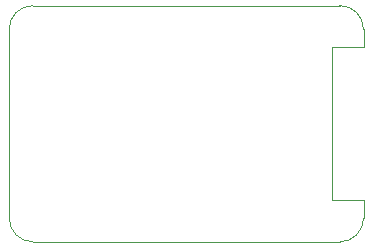
<source format=gbr>
%TF.GenerationSoftware,KiCad,Pcbnew,(5.1.12-1-10_14)*%
%TF.CreationDate,2022-05-25T15:41:46+08:00*%
%TF.ProjectId,USB2TTL,55534232-5454-44c2-9e6b-696361645f70,V1.0*%
%TF.SameCoordinates,Original*%
%TF.FileFunction,Profile,NP*%
%FSLAX46Y46*%
G04 Gerber Fmt 4.6, Leading zero omitted, Abs format (unit mm)*
G04 Created by KiCad (PCBNEW (5.1.12-1-10_14)) date 2022-05-25 15:41:46*
%MOMM*%
%LPD*%
G01*
G04 APERTURE LIST*
%TA.AperFunction,Profile*%
%ADD10C,0.050000*%
%TD*%
G04 APERTURE END LIST*
D10*
X30000000Y16500000D02*
X30000000Y18000000D01*
X27350000Y16500000D02*
X30000000Y16500000D01*
X27350000Y3500000D02*
X27350000Y16500000D01*
X30000000Y3500000D02*
X27350000Y3500000D01*
X28000000Y20000000D02*
G75*
G02*
X30000000Y18000000I0J-2000000D01*
G01*
X30000000Y2000000D02*
G75*
G02*
X28000000Y0I-2000000J0D01*
G01*
X2000000Y0D02*
G75*
G02*
X0Y2000000I0J2000000D01*
G01*
X0Y18000000D02*
G75*
G02*
X2000000Y20000000I2000000J0D01*
G01*
X28000000Y20000000D02*
X2000000Y20000000D01*
X30000000Y2000000D02*
X30000000Y3500000D01*
X2000000Y0D02*
X28000000Y0D01*
X0Y18000000D02*
X0Y2000000D01*
M02*

</source>
